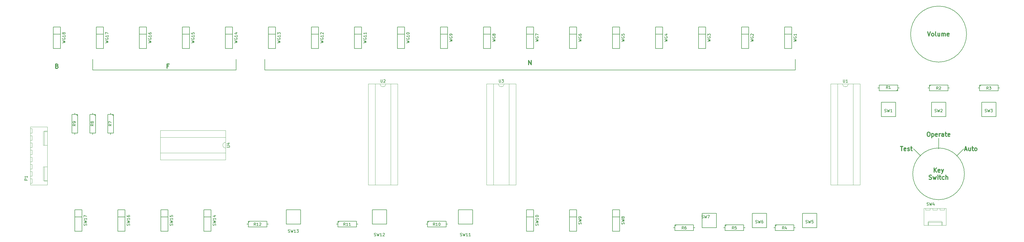
<source format=gbr>
G04 #@! TF.FileFunction,Legend,Top*
%FSLAX46Y46*%
G04 Gerber Fmt 4.6, Leading zero omitted, Abs format (unit mm)*
G04 Created by KiCad (PCBNEW 4.0.5) date 03/11/17 13:27:16*
%MOMM*%
%LPD*%
G01*
G04 APERTURE LIST*
%ADD10C,0.100000*%
%ADD11C,0.300000*%
%ADD12C,0.200000*%
%ADD13C,0.120000*%
%ADD14C,0.150000*%
G04 APERTURE END LIST*
D10*
D11*
X233251429Y-66718571D02*
X233251429Y-65218571D01*
X234108572Y-66718571D01*
X234108572Y-65218571D01*
D12*
X327660000Y-68580000D02*
X327660000Y-64770000D01*
X139700000Y-68580000D02*
X327660000Y-68580000D01*
X139700000Y-64770000D02*
X139700000Y-68580000D01*
D11*
X105624286Y-67202857D02*
X105124286Y-67202857D01*
X105124286Y-67988571D02*
X105124286Y-66488571D01*
X105838572Y-66488571D01*
D12*
X129540000Y-68580000D02*
X129540000Y-64770000D01*
X78740000Y-68580000D02*
X129540000Y-68580000D01*
X78740000Y-64770000D02*
X78740000Y-68580000D01*
D11*
X66147143Y-67202857D02*
X66361429Y-67274286D01*
X66432857Y-67345714D01*
X66504286Y-67488571D01*
X66504286Y-67702857D01*
X66432857Y-67845714D01*
X66361429Y-67917143D01*
X66218571Y-67988571D01*
X65647143Y-67988571D01*
X65647143Y-66488571D01*
X66147143Y-66488571D01*
X66290000Y-66560000D01*
X66361429Y-66631429D01*
X66432857Y-66774286D01*
X66432857Y-66917143D01*
X66361429Y-67060000D01*
X66290000Y-67131429D01*
X66147143Y-67202857D01*
X65647143Y-67202857D01*
X387747143Y-96770000D02*
X388461429Y-96770000D01*
X387604286Y-97198571D02*
X388104286Y-95698571D01*
X388604286Y-97198571D01*
X389747143Y-96198571D02*
X389747143Y-97198571D01*
X389104286Y-96198571D02*
X389104286Y-96984286D01*
X389175714Y-97127143D01*
X389318572Y-97198571D01*
X389532857Y-97198571D01*
X389675714Y-97127143D01*
X389747143Y-97055714D01*
X390247143Y-96198571D02*
X390818572Y-96198571D01*
X390461429Y-95698571D02*
X390461429Y-96984286D01*
X390532857Y-97127143D01*
X390675715Y-97198571D01*
X390818572Y-97198571D01*
X391532858Y-97198571D02*
X391390000Y-97127143D01*
X391318572Y-97055714D01*
X391247143Y-96912857D01*
X391247143Y-96484286D01*
X391318572Y-96341429D01*
X391390000Y-96270000D01*
X391532858Y-96198571D01*
X391747143Y-96198571D01*
X391890000Y-96270000D01*
X391961429Y-96341429D01*
X392032858Y-96484286D01*
X392032858Y-96912857D01*
X391961429Y-97055714D01*
X391890000Y-97127143D01*
X391747143Y-97198571D01*
X391532858Y-97198571D01*
X374781429Y-90618571D02*
X375067143Y-90618571D01*
X375210001Y-90690000D01*
X375352858Y-90832857D01*
X375424286Y-91118571D01*
X375424286Y-91618571D01*
X375352858Y-91904286D01*
X375210001Y-92047143D01*
X375067143Y-92118571D01*
X374781429Y-92118571D01*
X374638572Y-92047143D01*
X374495715Y-91904286D01*
X374424286Y-91618571D01*
X374424286Y-91118571D01*
X374495715Y-90832857D01*
X374638572Y-90690000D01*
X374781429Y-90618571D01*
X376067144Y-91118571D02*
X376067144Y-92618571D01*
X376067144Y-91190000D02*
X376210001Y-91118571D01*
X376495715Y-91118571D01*
X376638572Y-91190000D01*
X376710001Y-91261429D01*
X376781430Y-91404286D01*
X376781430Y-91832857D01*
X376710001Y-91975714D01*
X376638572Y-92047143D01*
X376495715Y-92118571D01*
X376210001Y-92118571D01*
X376067144Y-92047143D01*
X377995715Y-92047143D02*
X377852858Y-92118571D01*
X377567144Y-92118571D01*
X377424287Y-92047143D01*
X377352858Y-91904286D01*
X377352858Y-91332857D01*
X377424287Y-91190000D01*
X377567144Y-91118571D01*
X377852858Y-91118571D01*
X377995715Y-91190000D01*
X378067144Y-91332857D01*
X378067144Y-91475714D01*
X377352858Y-91618571D01*
X378710001Y-92118571D02*
X378710001Y-91118571D01*
X378710001Y-91404286D02*
X378781429Y-91261429D01*
X378852858Y-91190000D01*
X378995715Y-91118571D01*
X379138572Y-91118571D01*
X380281429Y-92118571D02*
X380281429Y-91332857D01*
X380210000Y-91190000D01*
X380067143Y-91118571D01*
X379781429Y-91118571D01*
X379638572Y-91190000D01*
X380281429Y-92047143D02*
X380138572Y-92118571D01*
X379781429Y-92118571D01*
X379638572Y-92047143D01*
X379567143Y-91904286D01*
X379567143Y-91761429D01*
X379638572Y-91618571D01*
X379781429Y-91547143D01*
X380138572Y-91547143D01*
X380281429Y-91475714D01*
X380781429Y-91118571D02*
X381352858Y-91118571D01*
X380995715Y-90618571D02*
X380995715Y-91904286D01*
X381067143Y-92047143D01*
X381210001Y-92118571D01*
X381352858Y-92118571D01*
X382424286Y-92047143D02*
X382281429Y-92118571D01*
X381995715Y-92118571D01*
X381852858Y-92047143D01*
X381781429Y-91904286D01*
X381781429Y-91332857D01*
X381852858Y-91190000D01*
X381995715Y-91118571D01*
X382281429Y-91118571D01*
X382424286Y-91190000D01*
X382495715Y-91332857D01*
X382495715Y-91475714D01*
X381781429Y-91618571D01*
X364922857Y-95698571D02*
X365780000Y-95698571D01*
X365351429Y-97198571D02*
X365351429Y-95698571D01*
X366851428Y-97127143D02*
X366708571Y-97198571D01*
X366422857Y-97198571D01*
X366280000Y-97127143D01*
X366208571Y-96984286D01*
X366208571Y-96412857D01*
X366280000Y-96270000D01*
X366422857Y-96198571D01*
X366708571Y-96198571D01*
X366851428Y-96270000D01*
X366922857Y-96412857D01*
X366922857Y-96555714D01*
X366208571Y-96698571D01*
X367494285Y-97127143D02*
X367637142Y-97198571D01*
X367922857Y-97198571D01*
X368065714Y-97127143D01*
X368137142Y-96984286D01*
X368137142Y-96912857D01*
X368065714Y-96770000D01*
X367922857Y-96698571D01*
X367708571Y-96698571D01*
X367565714Y-96627143D01*
X367494285Y-96484286D01*
X367494285Y-96412857D01*
X367565714Y-96270000D01*
X367708571Y-96198571D01*
X367922857Y-96198571D01*
X368065714Y-96270000D01*
X368565714Y-96198571D02*
X369137143Y-96198571D01*
X368780000Y-95698571D02*
X368780000Y-96984286D01*
X368851428Y-97127143D01*
X368994286Y-97198571D01*
X369137143Y-97198571D01*
D12*
X384810000Y-99060000D02*
X387350000Y-96520000D01*
X378460000Y-96520000D02*
X378460000Y-92710000D01*
X372110000Y-99060000D02*
X369570000Y-96520000D01*
D11*
X376852858Y-104813571D02*
X376852858Y-103313571D01*
X377710001Y-104813571D02*
X377067144Y-103956429D01*
X377710001Y-103313571D02*
X376852858Y-104170714D01*
X378924286Y-104742143D02*
X378781429Y-104813571D01*
X378495715Y-104813571D01*
X378352858Y-104742143D01*
X378281429Y-104599286D01*
X378281429Y-104027857D01*
X378352858Y-103885000D01*
X378495715Y-103813571D01*
X378781429Y-103813571D01*
X378924286Y-103885000D01*
X378995715Y-104027857D01*
X378995715Y-104170714D01*
X378281429Y-104313571D01*
X379495715Y-103813571D02*
X379852858Y-104813571D01*
X380210000Y-103813571D02*
X379852858Y-104813571D01*
X379710000Y-105170714D01*
X379638572Y-105242143D01*
X379495715Y-105313571D01*
X375138571Y-107292143D02*
X375352857Y-107363571D01*
X375710000Y-107363571D01*
X375852857Y-107292143D01*
X375924286Y-107220714D01*
X375995714Y-107077857D01*
X375995714Y-106935000D01*
X375924286Y-106792143D01*
X375852857Y-106720714D01*
X375710000Y-106649286D01*
X375424286Y-106577857D01*
X375281428Y-106506429D01*
X375210000Y-106435000D01*
X375138571Y-106292143D01*
X375138571Y-106149286D01*
X375210000Y-106006429D01*
X375281428Y-105935000D01*
X375424286Y-105863571D01*
X375781428Y-105863571D01*
X375995714Y-105935000D01*
X376495714Y-106363571D02*
X376781428Y-107363571D01*
X377067142Y-106649286D01*
X377352857Y-107363571D01*
X377638571Y-106363571D01*
X378210000Y-107363571D02*
X378210000Y-106363571D01*
X378210000Y-105863571D02*
X378138571Y-105935000D01*
X378210000Y-106006429D01*
X378281428Y-105935000D01*
X378210000Y-105863571D01*
X378210000Y-106006429D01*
X378710000Y-106363571D02*
X379281429Y-106363571D01*
X378924286Y-105863571D02*
X378924286Y-107149286D01*
X378995714Y-107292143D01*
X379138572Y-107363571D01*
X379281429Y-107363571D01*
X380424286Y-107292143D02*
X380281429Y-107363571D01*
X379995715Y-107363571D01*
X379852857Y-107292143D01*
X379781429Y-107220714D01*
X379710000Y-107077857D01*
X379710000Y-106649286D01*
X379781429Y-106506429D01*
X379852857Y-106435000D01*
X379995715Y-106363571D01*
X380281429Y-106363571D01*
X380424286Y-106435000D01*
X381067143Y-107363571D02*
X381067143Y-105863571D01*
X381710000Y-107363571D02*
X381710000Y-106577857D01*
X381638571Y-106435000D01*
X381495714Y-106363571D01*
X381281429Y-106363571D01*
X381138571Y-106435000D01*
X381067143Y-106506429D01*
D12*
X387618100Y-105410000D02*
G75*
G03X387618100Y-105410000I-9158100J0D01*
G01*
D11*
X374567143Y-55058571D02*
X375067143Y-56558571D01*
X375567143Y-55058571D01*
X376281429Y-56558571D02*
X376138571Y-56487143D01*
X376067143Y-56415714D01*
X375995714Y-56272857D01*
X375995714Y-55844286D01*
X376067143Y-55701429D01*
X376138571Y-55630000D01*
X376281429Y-55558571D01*
X376495714Y-55558571D01*
X376638571Y-55630000D01*
X376710000Y-55701429D01*
X376781429Y-55844286D01*
X376781429Y-56272857D01*
X376710000Y-56415714D01*
X376638571Y-56487143D01*
X376495714Y-56558571D01*
X376281429Y-56558571D01*
X377638572Y-56558571D02*
X377495714Y-56487143D01*
X377424286Y-56344286D01*
X377424286Y-55058571D01*
X378852857Y-55558571D02*
X378852857Y-56558571D01*
X378210000Y-55558571D02*
X378210000Y-56344286D01*
X378281428Y-56487143D01*
X378424286Y-56558571D01*
X378638571Y-56558571D01*
X378781428Y-56487143D01*
X378852857Y-56415714D01*
X379567143Y-56558571D02*
X379567143Y-55558571D01*
X379567143Y-55701429D02*
X379638571Y-55630000D01*
X379781429Y-55558571D01*
X379995714Y-55558571D01*
X380138571Y-55630000D01*
X380210000Y-55772857D01*
X380210000Y-56558571D01*
X380210000Y-55772857D02*
X380281429Y-55630000D01*
X380424286Y-55558571D01*
X380638571Y-55558571D01*
X380781429Y-55630000D01*
X380852857Y-55772857D01*
X380852857Y-56558571D01*
X382138571Y-56487143D02*
X381995714Y-56558571D01*
X381710000Y-56558571D01*
X381567143Y-56487143D01*
X381495714Y-56344286D01*
X381495714Y-55772857D01*
X381567143Y-55630000D01*
X381710000Y-55558571D01*
X381995714Y-55558571D01*
X382138571Y-55630000D01*
X382210000Y-55772857D01*
X382210000Y-55915714D01*
X381495714Y-56058571D01*
D12*
X388379017Y-55880000D02*
G75*
G03X388379017Y-55880000I-9919017J0D01*
G01*
D13*
X125850000Y-96250000D02*
G75*
G02X125850000Y-94250000I0J1000000D01*
G01*
X125850000Y-94250000D02*
X125850000Y-92480000D01*
X125850000Y-92480000D02*
X102750000Y-92480000D01*
X102750000Y-92480000D02*
X102750000Y-98020000D01*
X102750000Y-98020000D02*
X125850000Y-98020000D01*
X125850000Y-98020000D02*
X125850000Y-96250000D01*
X125850000Y-90050000D02*
X102750000Y-90050000D01*
X102750000Y-90050000D02*
X102750000Y-100450000D01*
X102750000Y-100450000D02*
X125850000Y-100450000D01*
X125850000Y-100450000D02*
X125850000Y-90050000D01*
X56670000Y-109320000D02*
X62670000Y-109320000D01*
X62670000Y-109320000D02*
X62670000Y-88800000D01*
X62670000Y-88800000D02*
X56670000Y-88800000D01*
X56670000Y-88800000D02*
X56670000Y-109320000D01*
X62670000Y-107950000D02*
X61670000Y-107950000D01*
X61670000Y-107950000D02*
X61670000Y-102870000D01*
X61670000Y-102870000D02*
X62670000Y-102870000D01*
X61670000Y-107950000D02*
X61240000Y-107700000D01*
X61240000Y-107700000D02*
X61240000Y-102870000D01*
X61240000Y-102870000D02*
X61670000Y-102870000D01*
X62670000Y-107700000D02*
X61670000Y-107700000D01*
X62670000Y-90170000D02*
X61670000Y-90170000D01*
X61670000Y-90170000D02*
X61670000Y-95250000D01*
X61670000Y-95250000D02*
X62670000Y-95250000D01*
X61670000Y-90170000D02*
X61240000Y-90420000D01*
X61240000Y-90420000D02*
X61240000Y-95250000D01*
X61240000Y-95250000D02*
X61670000Y-95250000D01*
X62670000Y-90420000D02*
X61670000Y-90420000D01*
X56670000Y-108750000D02*
X57290000Y-108750000D01*
X57290000Y-108750000D02*
X57290000Y-107150000D01*
X57290000Y-107150000D02*
X56670000Y-107150000D01*
X56670000Y-106210000D02*
X57290000Y-106210000D01*
X57290000Y-106210000D02*
X57290000Y-104610000D01*
X57290000Y-104610000D02*
X56670000Y-104610000D01*
X56670000Y-103670000D02*
X57290000Y-103670000D01*
X57290000Y-103670000D02*
X57290000Y-102070000D01*
X57290000Y-102070000D02*
X56670000Y-102070000D01*
X56670000Y-101130000D02*
X57290000Y-101130000D01*
X57290000Y-101130000D02*
X57290000Y-99530000D01*
X57290000Y-99530000D02*
X56670000Y-99530000D01*
X56670000Y-98590000D02*
X57290000Y-98590000D01*
X57290000Y-98590000D02*
X57290000Y-96990000D01*
X57290000Y-96990000D02*
X56670000Y-96990000D01*
X56670000Y-96050000D02*
X57290000Y-96050000D01*
X57290000Y-96050000D02*
X57290000Y-94450000D01*
X57290000Y-94450000D02*
X56670000Y-94450000D01*
X56670000Y-93510000D02*
X57290000Y-93510000D01*
X57290000Y-93510000D02*
X57290000Y-91910000D01*
X57290000Y-91910000D02*
X56670000Y-91910000D01*
X56670000Y-90970000D02*
X57290000Y-90970000D01*
X57290000Y-90970000D02*
X57290000Y-89370000D01*
X57290000Y-89370000D02*
X56670000Y-89370000D01*
D14*
X358140000Y-80010000D02*
X363220000Y-80010000D01*
X363220000Y-80010000D02*
X363220000Y-85090000D01*
X363220000Y-85090000D02*
X358140000Y-85090000D01*
X358140000Y-85090000D02*
X358140000Y-80010000D01*
X375920000Y-80010000D02*
X381000000Y-80010000D01*
X381000000Y-80010000D02*
X381000000Y-85090000D01*
X381000000Y-85090000D02*
X375920000Y-85090000D01*
X375920000Y-85090000D02*
X375920000Y-80010000D01*
X393700000Y-80010000D02*
X398780000Y-80010000D01*
X398780000Y-80010000D02*
X398780000Y-85090000D01*
X398780000Y-85090000D02*
X393700000Y-85090000D01*
X393700000Y-85090000D02*
X393700000Y-80010000D01*
X330200000Y-119380000D02*
X335280000Y-119380000D01*
X335280000Y-119380000D02*
X335280000Y-124460000D01*
X335280000Y-124460000D02*
X330200000Y-124460000D01*
X330200000Y-124460000D02*
X330200000Y-119380000D01*
X312420000Y-119380000D02*
X317500000Y-119380000D01*
X317500000Y-119380000D02*
X317500000Y-124460000D01*
X317500000Y-124460000D02*
X312420000Y-124460000D01*
X312420000Y-124460000D02*
X312420000Y-119380000D01*
X294640000Y-119380000D02*
X299720000Y-119380000D01*
X299720000Y-119380000D02*
X299720000Y-124460000D01*
X299720000Y-124460000D02*
X294640000Y-124460000D01*
X294640000Y-124460000D02*
X294640000Y-119380000D01*
X262890000Y-118110000D02*
X265430000Y-118110000D01*
X265430000Y-118110000D02*
X265430000Y-125730000D01*
X265430000Y-125730000D02*
X262890000Y-125730000D01*
X262890000Y-125730000D02*
X262890000Y-118110000D01*
X265430000Y-120650000D02*
X262890000Y-120650000D01*
X247650000Y-118110000D02*
X250190000Y-118110000D01*
X250190000Y-118110000D02*
X250190000Y-125730000D01*
X250190000Y-125730000D02*
X247650000Y-125730000D01*
X247650000Y-125730000D02*
X247650000Y-118110000D01*
X250190000Y-120650000D02*
X247650000Y-120650000D01*
X232410000Y-118110000D02*
X234950000Y-118110000D01*
X234950000Y-118110000D02*
X234950000Y-125730000D01*
X234950000Y-125730000D02*
X232410000Y-125730000D01*
X232410000Y-125730000D02*
X232410000Y-118110000D01*
X234950000Y-120650000D02*
X232410000Y-120650000D01*
X208280000Y-118110000D02*
X213360000Y-118110000D01*
X213360000Y-118110000D02*
X213360000Y-123190000D01*
X213360000Y-123190000D02*
X208280000Y-123190000D01*
X208280000Y-123190000D02*
X208280000Y-118110000D01*
D13*
X346440000Y-73540000D02*
G75*
G02X344440000Y-73540000I-1000000J0D01*
G01*
X344440000Y-73540000D02*
X342670000Y-73540000D01*
X342670000Y-73540000D02*
X342670000Y-109340000D01*
X342670000Y-109340000D02*
X348210000Y-109340000D01*
X348210000Y-109340000D02*
X348210000Y-73540000D01*
X348210000Y-73540000D02*
X346440000Y-73540000D01*
X340240000Y-73540000D02*
X340240000Y-109340000D01*
X340240000Y-109340000D02*
X350640000Y-109340000D01*
X350640000Y-109340000D02*
X350640000Y-73540000D01*
X350640000Y-73540000D02*
X340240000Y-73540000D01*
X182610000Y-73540000D02*
G75*
G02X180610000Y-73540000I-1000000J0D01*
G01*
X180610000Y-73540000D02*
X178840000Y-73540000D01*
X178840000Y-73540000D02*
X178840000Y-109340000D01*
X178840000Y-109340000D02*
X184380000Y-109340000D01*
X184380000Y-109340000D02*
X184380000Y-73540000D01*
X184380000Y-73540000D02*
X182610000Y-73540000D01*
X176410000Y-73540000D02*
X176410000Y-109340000D01*
X176410000Y-109340000D02*
X186810000Y-109340000D01*
X186810000Y-109340000D02*
X186810000Y-73540000D01*
X186810000Y-73540000D02*
X176410000Y-73540000D01*
X224520000Y-73540000D02*
G75*
G02X222520000Y-73540000I-1000000J0D01*
G01*
X222520000Y-73540000D02*
X220750000Y-73540000D01*
X220750000Y-73540000D02*
X220750000Y-109340000D01*
X220750000Y-109340000D02*
X226290000Y-109340000D01*
X226290000Y-109340000D02*
X226290000Y-73540000D01*
X226290000Y-73540000D02*
X224520000Y-73540000D01*
X218320000Y-73540000D02*
X218320000Y-109340000D01*
X218320000Y-109340000D02*
X228720000Y-109340000D01*
X228720000Y-109340000D02*
X228720000Y-73540000D01*
X228720000Y-73540000D02*
X218320000Y-73540000D01*
D14*
X323850000Y-53340000D02*
X326390000Y-53340000D01*
X326390000Y-53340000D02*
X326390000Y-60960000D01*
X326390000Y-60960000D02*
X323850000Y-60960000D01*
X323850000Y-60960000D02*
X323850000Y-53340000D01*
X326390000Y-55880000D02*
X323850000Y-55880000D01*
X308610000Y-53340000D02*
X311150000Y-53340000D01*
X311150000Y-53340000D02*
X311150000Y-60960000D01*
X311150000Y-60960000D02*
X308610000Y-60960000D01*
X308610000Y-60960000D02*
X308610000Y-53340000D01*
X311150000Y-55880000D02*
X308610000Y-55880000D01*
X293370000Y-53340000D02*
X295910000Y-53340000D01*
X295910000Y-53340000D02*
X295910000Y-60960000D01*
X295910000Y-60960000D02*
X293370000Y-60960000D01*
X293370000Y-60960000D02*
X293370000Y-53340000D01*
X295910000Y-55880000D02*
X293370000Y-55880000D01*
X278130000Y-53340000D02*
X280670000Y-53340000D01*
X280670000Y-53340000D02*
X280670000Y-60960000D01*
X280670000Y-60960000D02*
X278130000Y-60960000D01*
X278130000Y-60960000D02*
X278130000Y-53340000D01*
X280670000Y-55880000D02*
X278130000Y-55880000D01*
X262890000Y-53340000D02*
X265430000Y-53340000D01*
X265430000Y-53340000D02*
X265430000Y-60960000D01*
X265430000Y-60960000D02*
X262890000Y-60960000D01*
X262890000Y-60960000D02*
X262890000Y-53340000D01*
X265430000Y-55880000D02*
X262890000Y-55880000D01*
X247650000Y-53340000D02*
X250190000Y-53340000D01*
X250190000Y-53340000D02*
X250190000Y-60960000D01*
X250190000Y-60960000D02*
X247650000Y-60960000D01*
X247650000Y-60960000D02*
X247650000Y-53340000D01*
X250190000Y-55880000D02*
X247650000Y-55880000D01*
X232410000Y-53340000D02*
X234950000Y-53340000D01*
X234950000Y-53340000D02*
X234950000Y-60960000D01*
X234950000Y-60960000D02*
X232410000Y-60960000D01*
X232410000Y-60960000D02*
X232410000Y-53340000D01*
X234950000Y-55880000D02*
X232410000Y-55880000D01*
X217170000Y-53340000D02*
X219710000Y-53340000D01*
X219710000Y-53340000D02*
X219710000Y-60960000D01*
X219710000Y-60960000D02*
X217170000Y-60960000D01*
X217170000Y-60960000D02*
X217170000Y-53340000D01*
X219710000Y-55880000D02*
X217170000Y-55880000D01*
X201930000Y-53340000D02*
X204470000Y-53340000D01*
X204470000Y-53340000D02*
X204470000Y-60960000D01*
X204470000Y-60960000D02*
X201930000Y-60960000D01*
X201930000Y-60960000D02*
X201930000Y-53340000D01*
X204470000Y-55880000D02*
X201930000Y-55880000D01*
X186690000Y-53340000D02*
X189230000Y-53340000D01*
X189230000Y-53340000D02*
X189230000Y-60960000D01*
X189230000Y-60960000D02*
X186690000Y-60960000D01*
X186690000Y-60960000D02*
X186690000Y-53340000D01*
X189230000Y-55880000D02*
X186690000Y-55880000D01*
X171450000Y-53340000D02*
X173990000Y-53340000D01*
X173990000Y-53340000D02*
X173990000Y-60960000D01*
X173990000Y-60960000D02*
X171450000Y-60960000D01*
X171450000Y-60960000D02*
X171450000Y-53340000D01*
X173990000Y-55880000D02*
X171450000Y-55880000D01*
X156210000Y-53340000D02*
X158750000Y-53340000D01*
X158750000Y-53340000D02*
X158750000Y-60960000D01*
X158750000Y-60960000D02*
X156210000Y-60960000D01*
X156210000Y-60960000D02*
X156210000Y-53340000D01*
X158750000Y-55880000D02*
X156210000Y-55880000D01*
X140970000Y-53340000D02*
X143510000Y-53340000D01*
X143510000Y-53340000D02*
X143510000Y-60960000D01*
X143510000Y-60960000D02*
X140970000Y-60960000D01*
X140970000Y-60960000D02*
X140970000Y-53340000D01*
X143510000Y-55880000D02*
X140970000Y-55880000D01*
X125730000Y-53340000D02*
X128270000Y-53340000D01*
X128270000Y-53340000D02*
X128270000Y-60960000D01*
X128270000Y-60960000D02*
X125730000Y-60960000D01*
X125730000Y-60960000D02*
X125730000Y-53340000D01*
X128270000Y-55880000D02*
X125730000Y-55880000D01*
X110490000Y-53340000D02*
X113030000Y-53340000D01*
X113030000Y-53340000D02*
X113030000Y-60960000D01*
X113030000Y-60960000D02*
X110490000Y-60960000D01*
X110490000Y-60960000D02*
X110490000Y-53340000D01*
X113030000Y-55880000D02*
X110490000Y-55880000D01*
X95250000Y-53340000D02*
X97790000Y-53340000D01*
X97790000Y-53340000D02*
X97790000Y-60960000D01*
X97790000Y-60960000D02*
X95250000Y-60960000D01*
X95250000Y-60960000D02*
X95250000Y-53340000D01*
X97790000Y-55880000D02*
X95250000Y-55880000D01*
X80010000Y-53340000D02*
X82550000Y-53340000D01*
X82550000Y-53340000D02*
X82550000Y-60960000D01*
X82550000Y-60960000D02*
X80010000Y-60960000D01*
X80010000Y-60960000D02*
X80010000Y-53340000D01*
X82550000Y-55880000D02*
X80010000Y-55880000D01*
X64770000Y-53340000D02*
X67310000Y-53340000D01*
X67310000Y-53340000D02*
X67310000Y-60960000D01*
X67310000Y-60960000D02*
X64770000Y-60960000D01*
X64770000Y-60960000D02*
X64770000Y-53340000D01*
X67310000Y-55880000D02*
X64770000Y-55880000D01*
X302260000Y-124460000D02*
X302768000Y-124460000D01*
X309880000Y-124460000D02*
X309372000Y-124460000D01*
X309372000Y-124460000D02*
X309372000Y-123444000D01*
X309372000Y-123444000D02*
X302768000Y-123444000D01*
X302768000Y-123444000D02*
X302768000Y-125476000D01*
X302768000Y-125476000D02*
X309372000Y-125476000D01*
X309372000Y-125476000D02*
X309372000Y-124460000D01*
X302768000Y-123952000D02*
X303276000Y-123444000D01*
X364490000Y-74930000D02*
X363982000Y-74930000D01*
X356870000Y-74930000D02*
X357378000Y-74930000D01*
X357378000Y-74930000D02*
X357378000Y-75946000D01*
X357378000Y-75946000D02*
X363982000Y-75946000D01*
X363982000Y-75946000D02*
X363982000Y-73914000D01*
X363982000Y-73914000D02*
X357378000Y-73914000D01*
X357378000Y-73914000D02*
X357378000Y-74930000D01*
X363982000Y-75438000D02*
X363474000Y-75946000D01*
X374650000Y-74930000D02*
X375158000Y-74930000D01*
X382270000Y-74930000D02*
X381762000Y-74930000D01*
X381762000Y-74930000D02*
X381762000Y-73914000D01*
X381762000Y-73914000D02*
X375158000Y-73914000D01*
X375158000Y-73914000D02*
X375158000Y-75946000D01*
X375158000Y-75946000D02*
X381762000Y-75946000D01*
X381762000Y-75946000D02*
X381762000Y-74930000D01*
X375158000Y-74422000D02*
X375666000Y-73914000D01*
X392430000Y-74930000D02*
X392938000Y-74930000D01*
X400050000Y-74930000D02*
X399542000Y-74930000D01*
X399542000Y-74930000D02*
X399542000Y-73914000D01*
X399542000Y-73914000D02*
X392938000Y-73914000D01*
X392938000Y-73914000D02*
X392938000Y-75946000D01*
X392938000Y-75946000D02*
X399542000Y-75946000D01*
X399542000Y-75946000D02*
X399542000Y-74930000D01*
X392938000Y-74422000D02*
X393446000Y-73914000D01*
X320040000Y-124460000D02*
X320548000Y-124460000D01*
X327660000Y-124460000D02*
X327152000Y-124460000D01*
X327152000Y-124460000D02*
X327152000Y-123444000D01*
X327152000Y-123444000D02*
X320548000Y-123444000D01*
X320548000Y-123444000D02*
X320548000Y-125476000D01*
X320548000Y-125476000D02*
X327152000Y-125476000D01*
X327152000Y-125476000D02*
X327152000Y-124460000D01*
X320548000Y-123952000D02*
X321056000Y-123444000D01*
X284480000Y-124460000D02*
X284988000Y-124460000D01*
X292100000Y-124460000D02*
X291592000Y-124460000D01*
X291592000Y-124460000D02*
X291592000Y-123444000D01*
X291592000Y-123444000D02*
X284988000Y-123444000D01*
X284988000Y-123444000D02*
X284988000Y-125476000D01*
X284988000Y-125476000D02*
X291592000Y-125476000D01*
X291592000Y-125476000D02*
X291592000Y-124460000D01*
X284988000Y-123952000D02*
X285496000Y-123444000D01*
X85090000Y-83820000D02*
X85090000Y-84328000D01*
X85090000Y-91440000D02*
X85090000Y-90932000D01*
X85090000Y-90932000D02*
X86106000Y-90932000D01*
X86106000Y-90932000D02*
X86106000Y-84328000D01*
X86106000Y-84328000D02*
X84074000Y-84328000D01*
X84074000Y-84328000D02*
X84074000Y-90932000D01*
X84074000Y-90932000D02*
X85090000Y-90932000D01*
X85598000Y-84328000D02*
X86106000Y-84836000D01*
X78740000Y-83820000D02*
X78740000Y-84328000D01*
X78740000Y-91440000D02*
X78740000Y-90932000D01*
X78740000Y-90932000D02*
X79756000Y-90932000D01*
X79756000Y-90932000D02*
X79756000Y-84328000D01*
X79756000Y-84328000D02*
X77724000Y-84328000D01*
X77724000Y-84328000D02*
X77724000Y-90932000D01*
X77724000Y-90932000D02*
X78740000Y-90932000D01*
X79248000Y-84328000D02*
X79756000Y-84836000D01*
X72390000Y-83820000D02*
X72390000Y-84328000D01*
X72390000Y-91440000D02*
X72390000Y-90932000D01*
X72390000Y-90932000D02*
X73406000Y-90932000D01*
X73406000Y-90932000D02*
X73406000Y-84328000D01*
X73406000Y-84328000D02*
X71374000Y-84328000D01*
X71374000Y-84328000D02*
X71374000Y-90932000D01*
X71374000Y-90932000D02*
X72390000Y-90932000D01*
X72898000Y-84328000D02*
X73406000Y-84836000D01*
X196850000Y-123190000D02*
X197358000Y-123190000D01*
X204470000Y-123190000D02*
X203962000Y-123190000D01*
X203962000Y-123190000D02*
X203962000Y-122174000D01*
X203962000Y-122174000D02*
X197358000Y-122174000D01*
X197358000Y-122174000D02*
X197358000Y-124206000D01*
X197358000Y-124206000D02*
X203962000Y-124206000D01*
X203962000Y-124206000D02*
X203962000Y-123190000D01*
X197358000Y-122682000D02*
X197866000Y-122174000D01*
X165100000Y-123190000D02*
X165608000Y-123190000D01*
X172720000Y-123190000D02*
X172212000Y-123190000D01*
X172212000Y-123190000D02*
X172212000Y-122174000D01*
X172212000Y-122174000D02*
X165608000Y-122174000D01*
X165608000Y-122174000D02*
X165608000Y-124206000D01*
X165608000Y-124206000D02*
X172212000Y-124206000D01*
X172212000Y-124206000D02*
X172212000Y-123190000D01*
X165608000Y-122682000D02*
X166116000Y-122174000D01*
X133350000Y-123190000D02*
X133858000Y-123190000D01*
X140970000Y-123190000D02*
X140462000Y-123190000D01*
X140462000Y-123190000D02*
X140462000Y-122174000D01*
X140462000Y-122174000D02*
X133858000Y-122174000D01*
X133858000Y-122174000D02*
X133858000Y-124206000D01*
X133858000Y-124206000D02*
X140462000Y-124206000D01*
X140462000Y-124206000D02*
X140462000Y-123190000D01*
X133858000Y-122682000D02*
X134366000Y-122174000D01*
D13*
X373280000Y-117630000D02*
X373280000Y-123630000D01*
X373280000Y-123630000D02*
X381100000Y-123630000D01*
X381100000Y-123630000D02*
X381100000Y-117630000D01*
X381100000Y-117630000D02*
X373280000Y-117630000D01*
X374650000Y-123630000D02*
X374650000Y-122630000D01*
X374650000Y-122630000D02*
X379730000Y-122630000D01*
X379730000Y-122630000D02*
X379730000Y-123630000D01*
X374650000Y-122630000D02*
X374900000Y-122200000D01*
X374900000Y-122200000D02*
X379480000Y-122200000D01*
X379480000Y-122200000D02*
X379730000Y-122630000D01*
X374900000Y-123630000D02*
X374900000Y-122630000D01*
X379480000Y-123630000D02*
X379480000Y-122630000D01*
X373850000Y-117630000D02*
X373850000Y-118250000D01*
X373850000Y-118250000D02*
X375450000Y-118250000D01*
X375450000Y-118250000D02*
X375450000Y-117630000D01*
X376390000Y-117630000D02*
X376390000Y-118250000D01*
X376390000Y-118250000D02*
X377990000Y-118250000D01*
X377990000Y-118250000D02*
X377990000Y-117630000D01*
X378930000Y-117630000D02*
X378930000Y-118250000D01*
X378930000Y-118250000D02*
X380530000Y-118250000D01*
X380530000Y-118250000D02*
X380530000Y-117630000D01*
D14*
X177800000Y-118110000D02*
X182880000Y-118110000D01*
X182880000Y-118110000D02*
X182880000Y-123190000D01*
X182880000Y-123190000D02*
X177800000Y-123190000D01*
X177800000Y-123190000D02*
X177800000Y-118110000D01*
X147320000Y-118110000D02*
X152400000Y-118110000D01*
X152400000Y-118110000D02*
X152400000Y-123190000D01*
X152400000Y-123190000D02*
X147320000Y-123190000D01*
X147320000Y-123190000D02*
X147320000Y-118110000D01*
X118110000Y-118110000D02*
X120650000Y-118110000D01*
X120650000Y-118110000D02*
X120650000Y-125730000D01*
X120650000Y-125730000D02*
X118110000Y-125730000D01*
X118110000Y-125730000D02*
X118110000Y-118110000D01*
X120650000Y-120650000D02*
X118110000Y-120650000D01*
X102870000Y-118110000D02*
X105410000Y-118110000D01*
X105410000Y-118110000D02*
X105410000Y-125730000D01*
X105410000Y-125730000D02*
X102870000Y-125730000D01*
X102870000Y-125730000D02*
X102870000Y-118110000D01*
X105410000Y-120650000D02*
X102870000Y-120650000D01*
X87630000Y-118110000D02*
X90170000Y-118110000D01*
X90170000Y-118110000D02*
X90170000Y-125730000D01*
X90170000Y-125730000D02*
X87630000Y-125730000D01*
X87630000Y-125730000D02*
X87630000Y-118110000D01*
X90170000Y-120650000D02*
X87630000Y-120650000D01*
X72390000Y-118110000D02*
X74930000Y-118110000D01*
X74930000Y-118110000D02*
X74930000Y-125730000D01*
X74930000Y-125730000D02*
X72390000Y-125730000D01*
X72390000Y-125730000D02*
X72390000Y-118110000D01*
X74930000Y-120650000D02*
X72390000Y-120650000D01*
X126302381Y-96011905D02*
X127111905Y-96011905D01*
X127207143Y-95964286D01*
X127254762Y-95916667D01*
X127302381Y-95821429D01*
X127302381Y-95630952D01*
X127254762Y-95535714D01*
X127207143Y-95488095D01*
X127111905Y-95440476D01*
X126302381Y-95440476D01*
X126635714Y-94535714D02*
X127302381Y-94535714D01*
X126254762Y-94773810D02*
X126969048Y-95011905D01*
X126969048Y-94392857D01*
X55642381Y-107688095D02*
X54642381Y-107688095D01*
X54642381Y-107307142D01*
X54690000Y-107211904D01*
X54737619Y-107164285D01*
X54832857Y-107116666D01*
X54975714Y-107116666D01*
X55070952Y-107164285D01*
X55118571Y-107211904D01*
X55166190Y-107307142D01*
X55166190Y-107688095D01*
X55642381Y-106164285D02*
X55642381Y-106735714D01*
X55642381Y-106450000D02*
X54642381Y-106450000D01*
X54785238Y-106545238D01*
X54880476Y-106640476D01*
X54928095Y-106735714D01*
X359346667Y-83454762D02*
X359489524Y-83502381D01*
X359727620Y-83502381D01*
X359822858Y-83454762D01*
X359870477Y-83407143D01*
X359918096Y-83311905D01*
X359918096Y-83216667D01*
X359870477Y-83121429D01*
X359822858Y-83073810D01*
X359727620Y-83026190D01*
X359537143Y-82978571D01*
X359441905Y-82930952D01*
X359394286Y-82883333D01*
X359346667Y-82788095D01*
X359346667Y-82692857D01*
X359394286Y-82597619D01*
X359441905Y-82550000D01*
X359537143Y-82502381D01*
X359775239Y-82502381D01*
X359918096Y-82550000D01*
X360251429Y-82502381D02*
X360489524Y-83502381D01*
X360680001Y-82788095D01*
X360870477Y-83502381D01*
X361108572Y-82502381D01*
X362013334Y-83502381D02*
X361441905Y-83502381D01*
X361727619Y-83502381D02*
X361727619Y-82502381D01*
X361632381Y-82645238D01*
X361537143Y-82740476D01*
X361441905Y-82788095D01*
X377126667Y-83454762D02*
X377269524Y-83502381D01*
X377507620Y-83502381D01*
X377602858Y-83454762D01*
X377650477Y-83407143D01*
X377698096Y-83311905D01*
X377698096Y-83216667D01*
X377650477Y-83121429D01*
X377602858Y-83073810D01*
X377507620Y-83026190D01*
X377317143Y-82978571D01*
X377221905Y-82930952D01*
X377174286Y-82883333D01*
X377126667Y-82788095D01*
X377126667Y-82692857D01*
X377174286Y-82597619D01*
X377221905Y-82550000D01*
X377317143Y-82502381D01*
X377555239Y-82502381D01*
X377698096Y-82550000D01*
X378031429Y-82502381D02*
X378269524Y-83502381D01*
X378460001Y-82788095D01*
X378650477Y-83502381D01*
X378888572Y-82502381D01*
X379221905Y-82597619D02*
X379269524Y-82550000D01*
X379364762Y-82502381D01*
X379602858Y-82502381D01*
X379698096Y-82550000D01*
X379745715Y-82597619D01*
X379793334Y-82692857D01*
X379793334Y-82788095D01*
X379745715Y-82930952D01*
X379174286Y-83502381D01*
X379793334Y-83502381D01*
X394906667Y-83454762D02*
X395049524Y-83502381D01*
X395287620Y-83502381D01*
X395382858Y-83454762D01*
X395430477Y-83407143D01*
X395478096Y-83311905D01*
X395478096Y-83216667D01*
X395430477Y-83121429D01*
X395382858Y-83073810D01*
X395287620Y-83026190D01*
X395097143Y-82978571D01*
X395001905Y-82930952D01*
X394954286Y-82883333D01*
X394906667Y-82788095D01*
X394906667Y-82692857D01*
X394954286Y-82597619D01*
X395001905Y-82550000D01*
X395097143Y-82502381D01*
X395335239Y-82502381D01*
X395478096Y-82550000D01*
X395811429Y-82502381D02*
X396049524Y-83502381D01*
X396240001Y-82788095D01*
X396430477Y-83502381D01*
X396668572Y-82502381D01*
X396954286Y-82502381D02*
X397573334Y-82502381D01*
X397240000Y-82883333D01*
X397382858Y-82883333D01*
X397478096Y-82930952D01*
X397525715Y-82978571D01*
X397573334Y-83073810D01*
X397573334Y-83311905D01*
X397525715Y-83407143D01*
X397478096Y-83454762D01*
X397382858Y-83502381D01*
X397097143Y-83502381D01*
X397001905Y-83454762D01*
X396954286Y-83407143D01*
X331406667Y-122824762D02*
X331549524Y-122872381D01*
X331787620Y-122872381D01*
X331882858Y-122824762D01*
X331930477Y-122777143D01*
X331978096Y-122681905D01*
X331978096Y-122586667D01*
X331930477Y-122491429D01*
X331882858Y-122443810D01*
X331787620Y-122396190D01*
X331597143Y-122348571D01*
X331501905Y-122300952D01*
X331454286Y-122253333D01*
X331406667Y-122158095D01*
X331406667Y-122062857D01*
X331454286Y-121967619D01*
X331501905Y-121920000D01*
X331597143Y-121872381D01*
X331835239Y-121872381D01*
X331978096Y-121920000D01*
X332311429Y-121872381D02*
X332549524Y-122872381D01*
X332740001Y-122158095D01*
X332930477Y-122872381D01*
X333168572Y-121872381D01*
X334025715Y-121872381D02*
X333549524Y-121872381D01*
X333501905Y-122348571D01*
X333549524Y-122300952D01*
X333644762Y-122253333D01*
X333882858Y-122253333D01*
X333978096Y-122300952D01*
X334025715Y-122348571D01*
X334073334Y-122443810D01*
X334073334Y-122681905D01*
X334025715Y-122777143D01*
X333978096Y-122824762D01*
X333882858Y-122872381D01*
X333644762Y-122872381D01*
X333549524Y-122824762D01*
X333501905Y-122777143D01*
X313626667Y-122824762D02*
X313769524Y-122872381D01*
X314007620Y-122872381D01*
X314102858Y-122824762D01*
X314150477Y-122777143D01*
X314198096Y-122681905D01*
X314198096Y-122586667D01*
X314150477Y-122491429D01*
X314102858Y-122443810D01*
X314007620Y-122396190D01*
X313817143Y-122348571D01*
X313721905Y-122300952D01*
X313674286Y-122253333D01*
X313626667Y-122158095D01*
X313626667Y-122062857D01*
X313674286Y-121967619D01*
X313721905Y-121920000D01*
X313817143Y-121872381D01*
X314055239Y-121872381D01*
X314198096Y-121920000D01*
X314531429Y-121872381D02*
X314769524Y-122872381D01*
X314960001Y-122158095D01*
X315150477Y-122872381D01*
X315388572Y-121872381D01*
X316198096Y-121872381D02*
X316007619Y-121872381D01*
X315912381Y-121920000D01*
X315864762Y-121967619D01*
X315769524Y-122110476D01*
X315721905Y-122300952D01*
X315721905Y-122681905D01*
X315769524Y-122777143D01*
X315817143Y-122824762D01*
X315912381Y-122872381D01*
X316102858Y-122872381D01*
X316198096Y-122824762D01*
X316245715Y-122777143D01*
X316293334Y-122681905D01*
X316293334Y-122443810D01*
X316245715Y-122348571D01*
X316198096Y-122300952D01*
X316102858Y-122253333D01*
X315912381Y-122253333D01*
X315817143Y-122300952D01*
X315769524Y-122348571D01*
X315721905Y-122443810D01*
X294576667Y-121054762D02*
X294719524Y-121102381D01*
X294957620Y-121102381D01*
X295052858Y-121054762D01*
X295100477Y-121007143D01*
X295148096Y-120911905D01*
X295148096Y-120816667D01*
X295100477Y-120721429D01*
X295052858Y-120673810D01*
X294957620Y-120626190D01*
X294767143Y-120578571D01*
X294671905Y-120530952D01*
X294624286Y-120483333D01*
X294576667Y-120388095D01*
X294576667Y-120292857D01*
X294624286Y-120197619D01*
X294671905Y-120150000D01*
X294767143Y-120102381D01*
X295005239Y-120102381D01*
X295148096Y-120150000D01*
X295481429Y-120102381D02*
X295719524Y-121102381D01*
X295910001Y-120388095D01*
X296100477Y-121102381D01*
X296338572Y-120102381D01*
X296624286Y-120102381D02*
X297290953Y-120102381D01*
X296862381Y-121102381D01*
X267104762Y-123253333D02*
X267152381Y-123110476D01*
X267152381Y-122872380D01*
X267104762Y-122777142D01*
X267057143Y-122729523D01*
X266961905Y-122681904D01*
X266866667Y-122681904D01*
X266771429Y-122729523D01*
X266723810Y-122777142D01*
X266676190Y-122872380D01*
X266628571Y-123062857D01*
X266580952Y-123158095D01*
X266533333Y-123205714D01*
X266438095Y-123253333D01*
X266342857Y-123253333D01*
X266247619Y-123205714D01*
X266200000Y-123158095D01*
X266152381Y-123062857D01*
X266152381Y-122824761D01*
X266200000Y-122681904D01*
X266152381Y-122348571D02*
X267152381Y-122110476D01*
X266438095Y-121919999D01*
X267152381Y-121729523D01*
X266152381Y-121491428D01*
X266580952Y-120967619D02*
X266533333Y-121062857D01*
X266485714Y-121110476D01*
X266390476Y-121158095D01*
X266342857Y-121158095D01*
X266247619Y-121110476D01*
X266200000Y-121062857D01*
X266152381Y-120967619D01*
X266152381Y-120777142D01*
X266200000Y-120681904D01*
X266247619Y-120634285D01*
X266342857Y-120586666D01*
X266390476Y-120586666D01*
X266485714Y-120634285D01*
X266533333Y-120681904D01*
X266580952Y-120777142D01*
X266580952Y-120967619D01*
X266628571Y-121062857D01*
X266676190Y-121110476D01*
X266771429Y-121158095D01*
X266961905Y-121158095D01*
X267057143Y-121110476D01*
X267104762Y-121062857D01*
X267152381Y-120967619D01*
X267152381Y-120777142D01*
X267104762Y-120681904D01*
X267057143Y-120634285D01*
X266961905Y-120586666D01*
X266771429Y-120586666D01*
X266676190Y-120634285D01*
X266628571Y-120681904D01*
X266580952Y-120777142D01*
X251864762Y-123253333D02*
X251912381Y-123110476D01*
X251912381Y-122872380D01*
X251864762Y-122777142D01*
X251817143Y-122729523D01*
X251721905Y-122681904D01*
X251626667Y-122681904D01*
X251531429Y-122729523D01*
X251483810Y-122777142D01*
X251436190Y-122872380D01*
X251388571Y-123062857D01*
X251340952Y-123158095D01*
X251293333Y-123205714D01*
X251198095Y-123253333D01*
X251102857Y-123253333D01*
X251007619Y-123205714D01*
X250960000Y-123158095D01*
X250912381Y-123062857D01*
X250912381Y-122824761D01*
X250960000Y-122681904D01*
X250912381Y-122348571D02*
X251912381Y-122110476D01*
X251198095Y-121919999D01*
X251912381Y-121729523D01*
X250912381Y-121491428D01*
X251912381Y-121062857D02*
X251912381Y-120872381D01*
X251864762Y-120777142D01*
X251817143Y-120729523D01*
X251674286Y-120634285D01*
X251483810Y-120586666D01*
X251102857Y-120586666D01*
X251007619Y-120634285D01*
X250960000Y-120681904D01*
X250912381Y-120777142D01*
X250912381Y-120967619D01*
X250960000Y-121062857D01*
X251007619Y-121110476D01*
X251102857Y-121158095D01*
X251340952Y-121158095D01*
X251436190Y-121110476D01*
X251483810Y-121062857D01*
X251531429Y-120967619D01*
X251531429Y-120777142D01*
X251483810Y-120681904D01*
X251436190Y-120634285D01*
X251340952Y-120586666D01*
X236624762Y-123729524D02*
X236672381Y-123586667D01*
X236672381Y-123348571D01*
X236624762Y-123253333D01*
X236577143Y-123205714D01*
X236481905Y-123158095D01*
X236386667Y-123158095D01*
X236291429Y-123205714D01*
X236243810Y-123253333D01*
X236196190Y-123348571D01*
X236148571Y-123539048D01*
X236100952Y-123634286D01*
X236053333Y-123681905D01*
X235958095Y-123729524D01*
X235862857Y-123729524D01*
X235767619Y-123681905D01*
X235720000Y-123634286D01*
X235672381Y-123539048D01*
X235672381Y-123300952D01*
X235720000Y-123158095D01*
X235672381Y-122824762D02*
X236672381Y-122586667D01*
X235958095Y-122396190D01*
X236672381Y-122205714D01*
X235672381Y-121967619D01*
X236672381Y-121062857D02*
X236672381Y-121634286D01*
X236672381Y-121348572D02*
X235672381Y-121348572D01*
X235815238Y-121443810D01*
X235910476Y-121539048D01*
X235958095Y-121634286D01*
X235672381Y-120443810D02*
X235672381Y-120348571D01*
X235720000Y-120253333D01*
X235767619Y-120205714D01*
X235862857Y-120158095D01*
X236053333Y-120110476D01*
X236291429Y-120110476D01*
X236481905Y-120158095D01*
X236577143Y-120205714D01*
X236624762Y-120253333D01*
X236672381Y-120348571D01*
X236672381Y-120443810D01*
X236624762Y-120539048D01*
X236577143Y-120586667D01*
X236481905Y-120634286D01*
X236291429Y-120681905D01*
X236053333Y-120681905D01*
X235862857Y-120634286D01*
X235767619Y-120586667D01*
X235720000Y-120539048D01*
X235672381Y-120443810D01*
X209010476Y-127404762D02*
X209153333Y-127452381D01*
X209391429Y-127452381D01*
X209486667Y-127404762D01*
X209534286Y-127357143D01*
X209581905Y-127261905D01*
X209581905Y-127166667D01*
X209534286Y-127071429D01*
X209486667Y-127023810D01*
X209391429Y-126976190D01*
X209200952Y-126928571D01*
X209105714Y-126880952D01*
X209058095Y-126833333D01*
X209010476Y-126738095D01*
X209010476Y-126642857D01*
X209058095Y-126547619D01*
X209105714Y-126500000D01*
X209200952Y-126452381D01*
X209439048Y-126452381D01*
X209581905Y-126500000D01*
X209915238Y-126452381D02*
X210153333Y-127452381D01*
X210343810Y-126738095D01*
X210534286Y-127452381D01*
X210772381Y-126452381D01*
X211677143Y-127452381D02*
X211105714Y-127452381D01*
X211391428Y-127452381D02*
X211391428Y-126452381D01*
X211296190Y-126595238D01*
X211200952Y-126690476D01*
X211105714Y-126738095D01*
X212629524Y-127452381D02*
X212058095Y-127452381D01*
X212343809Y-127452381D02*
X212343809Y-126452381D01*
X212248571Y-126595238D01*
X212153333Y-126690476D01*
X212058095Y-126738095D01*
X344678095Y-71992381D02*
X344678095Y-72801905D01*
X344725714Y-72897143D01*
X344773333Y-72944762D01*
X344868571Y-72992381D01*
X345059048Y-72992381D01*
X345154286Y-72944762D01*
X345201905Y-72897143D01*
X345249524Y-72801905D01*
X345249524Y-71992381D01*
X346249524Y-72992381D02*
X345678095Y-72992381D01*
X345963809Y-72992381D02*
X345963809Y-71992381D01*
X345868571Y-72135238D01*
X345773333Y-72230476D01*
X345678095Y-72278095D01*
X180848095Y-71992381D02*
X180848095Y-72801905D01*
X180895714Y-72897143D01*
X180943333Y-72944762D01*
X181038571Y-72992381D01*
X181229048Y-72992381D01*
X181324286Y-72944762D01*
X181371905Y-72897143D01*
X181419524Y-72801905D01*
X181419524Y-71992381D01*
X181848095Y-72087619D02*
X181895714Y-72040000D01*
X181990952Y-71992381D01*
X182229048Y-71992381D01*
X182324286Y-72040000D01*
X182371905Y-72087619D01*
X182419524Y-72182857D01*
X182419524Y-72278095D01*
X182371905Y-72420952D01*
X181800476Y-72992381D01*
X182419524Y-72992381D01*
X222758095Y-71992381D02*
X222758095Y-72801905D01*
X222805714Y-72897143D01*
X222853333Y-72944762D01*
X222948571Y-72992381D01*
X223139048Y-72992381D01*
X223234286Y-72944762D01*
X223281905Y-72897143D01*
X223329524Y-72801905D01*
X223329524Y-71992381D01*
X223710476Y-71992381D02*
X224329524Y-71992381D01*
X223996190Y-72373333D01*
X224139048Y-72373333D01*
X224234286Y-72420952D01*
X224281905Y-72468571D01*
X224329524Y-72563810D01*
X224329524Y-72801905D01*
X224281905Y-72897143D01*
X224234286Y-72944762D01*
X224139048Y-72992381D01*
X223853333Y-72992381D01*
X223758095Y-72944762D01*
X223710476Y-72897143D01*
X327112381Y-58554762D02*
X328112381Y-58316667D01*
X327398095Y-58126190D01*
X328112381Y-57935714D01*
X327112381Y-57697619D01*
X327160000Y-56792857D02*
X327112381Y-56888095D01*
X327112381Y-57030952D01*
X327160000Y-57173810D01*
X327255238Y-57269048D01*
X327350476Y-57316667D01*
X327540952Y-57364286D01*
X327683810Y-57364286D01*
X327874286Y-57316667D01*
X327969524Y-57269048D01*
X328064762Y-57173810D01*
X328112381Y-57030952D01*
X328112381Y-56935714D01*
X328064762Y-56792857D01*
X328017143Y-56745238D01*
X327683810Y-56745238D01*
X327683810Y-56935714D01*
X328112381Y-55792857D02*
X328112381Y-56364286D01*
X328112381Y-56078572D02*
X327112381Y-56078572D01*
X327255238Y-56173810D01*
X327350476Y-56269048D01*
X327398095Y-56364286D01*
X311872381Y-58554762D02*
X312872381Y-58316667D01*
X312158095Y-58126190D01*
X312872381Y-57935714D01*
X311872381Y-57697619D01*
X311920000Y-56792857D02*
X311872381Y-56888095D01*
X311872381Y-57030952D01*
X311920000Y-57173810D01*
X312015238Y-57269048D01*
X312110476Y-57316667D01*
X312300952Y-57364286D01*
X312443810Y-57364286D01*
X312634286Y-57316667D01*
X312729524Y-57269048D01*
X312824762Y-57173810D01*
X312872381Y-57030952D01*
X312872381Y-56935714D01*
X312824762Y-56792857D01*
X312777143Y-56745238D01*
X312443810Y-56745238D01*
X312443810Y-56935714D01*
X311967619Y-56364286D02*
X311920000Y-56316667D01*
X311872381Y-56221429D01*
X311872381Y-55983333D01*
X311920000Y-55888095D01*
X311967619Y-55840476D01*
X312062857Y-55792857D01*
X312158095Y-55792857D01*
X312300952Y-55840476D01*
X312872381Y-56411905D01*
X312872381Y-55792857D01*
X296632381Y-58554762D02*
X297632381Y-58316667D01*
X296918095Y-58126190D01*
X297632381Y-57935714D01*
X296632381Y-57697619D01*
X296680000Y-56792857D02*
X296632381Y-56888095D01*
X296632381Y-57030952D01*
X296680000Y-57173810D01*
X296775238Y-57269048D01*
X296870476Y-57316667D01*
X297060952Y-57364286D01*
X297203810Y-57364286D01*
X297394286Y-57316667D01*
X297489524Y-57269048D01*
X297584762Y-57173810D01*
X297632381Y-57030952D01*
X297632381Y-56935714D01*
X297584762Y-56792857D01*
X297537143Y-56745238D01*
X297203810Y-56745238D01*
X297203810Y-56935714D01*
X296632381Y-56411905D02*
X296632381Y-55792857D01*
X297013333Y-56126191D01*
X297013333Y-55983333D01*
X297060952Y-55888095D01*
X297108571Y-55840476D01*
X297203810Y-55792857D01*
X297441905Y-55792857D01*
X297537143Y-55840476D01*
X297584762Y-55888095D01*
X297632381Y-55983333D01*
X297632381Y-56269048D01*
X297584762Y-56364286D01*
X297537143Y-56411905D01*
X281392381Y-58554762D02*
X282392381Y-58316667D01*
X281678095Y-58126190D01*
X282392381Y-57935714D01*
X281392381Y-57697619D01*
X281440000Y-56792857D02*
X281392381Y-56888095D01*
X281392381Y-57030952D01*
X281440000Y-57173810D01*
X281535238Y-57269048D01*
X281630476Y-57316667D01*
X281820952Y-57364286D01*
X281963810Y-57364286D01*
X282154286Y-57316667D01*
X282249524Y-57269048D01*
X282344762Y-57173810D01*
X282392381Y-57030952D01*
X282392381Y-56935714D01*
X282344762Y-56792857D01*
X282297143Y-56745238D01*
X281963810Y-56745238D01*
X281963810Y-56935714D01*
X281725714Y-55888095D02*
X282392381Y-55888095D01*
X281344762Y-56126191D02*
X282059048Y-56364286D01*
X282059048Y-55745238D01*
X266152381Y-58554762D02*
X267152381Y-58316667D01*
X266438095Y-58126190D01*
X267152381Y-57935714D01*
X266152381Y-57697619D01*
X266200000Y-56792857D02*
X266152381Y-56888095D01*
X266152381Y-57030952D01*
X266200000Y-57173810D01*
X266295238Y-57269048D01*
X266390476Y-57316667D01*
X266580952Y-57364286D01*
X266723810Y-57364286D01*
X266914286Y-57316667D01*
X267009524Y-57269048D01*
X267104762Y-57173810D01*
X267152381Y-57030952D01*
X267152381Y-56935714D01*
X267104762Y-56792857D01*
X267057143Y-56745238D01*
X266723810Y-56745238D01*
X266723810Y-56935714D01*
X266152381Y-55840476D02*
X266152381Y-56316667D01*
X266628571Y-56364286D01*
X266580952Y-56316667D01*
X266533333Y-56221429D01*
X266533333Y-55983333D01*
X266580952Y-55888095D01*
X266628571Y-55840476D01*
X266723810Y-55792857D01*
X266961905Y-55792857D01*
X267057143Y-55840476D01*
X267104762Y-55888095D01*
X267152381Y-55983333D01*
X267152381Y-56221429D01*
X267104762Y-56316667D01*
X267057143Y-56364286D01*
X250912381Y-58554762D02*
X251912381Y-58316667D01*
X251198095Y-58126190D01*
X251912381Y-57935714D01*
X250912381Y-57697619D01*
X250960000Y-56792857D02*
X250912381Y-56888095D01*
X250912381Y-57030952D01*
X250960000Y-57173810D01*
X251055238Y-57269048D01*
X251150476Y-57316667D01*
X251340952Y-57364286D01*
X251483810Y-57364286D01*
X251674286Y-57316667D01*
X251769524Y-57269048D01*
X251864762Y-57173810D01*
X251912381Y-57030952D01*
X251912381Y-56935714D01*
X251864762Y-56792857D01*
X251817143Y-56745238D01*
X251483810Y-56745238D01*
X251483810Y-56935714D01*
X250912381Y-55888095D02*
X250912381Y-56078572D01*
X250960000Y-56173810D01*
X251007619Y-56221429D01*
X251150476Y-56316667D01*
X251340952Y-56364286D01*
X251721905Y-56364286D01*
X251817143Y-56316667D01*
X251864762Y-56269048D01*
X251912381Y-56173810D01*
X251912381Y-55983333D01*
X251864762Y-55888095D01*
X251817143Y-55840476D01*
X251721905Y-55792857D01*
X251483810Y-55792857D01*
X251388571Y-55840476D01*
X251340952Y-55888095D01*
X251293333Y-55983333D01*
X251293333Y-56173810D01*
X251340952Y-56269048D01*
X251388571Y-56316667D01*
X251483810Y-56364286D01*
X235672381Y-58554762D02*
X236672381Y-58316667D01*
X235958095Y-58126190D01*
X236672381Y-57935714D01*
X235672381Y-57697619D01*
X235720000Y-56792857D02*
X235672381Y-56888095D01*
X235672381Y-57030952D01*
X235720000Y-57173810D01*
X235815238Y-57269048D01*
X235910476Y-57316667D01*
X236100952Y-57364286D01*
X236243810Y-57364286D01*
X236434286Y-57316667D01*
X236529524Y-57269048D01*
X236624762Y-57173810D01*
X236672381Y-57030952D01*
X236672381Y-56935714D01*
X236624762Y-56792857D01*
X236577143Y-56745238D01*
X236243810Y-56745238D01*
X236243810Y-56935714D01*
X235672381Y-56411905D02*
X235672381Y-55745238D01*
X236672381Y-56173810D01*
X220432381Y-58554762D02*
X221432381Y-58316667D01*
X220718095Y-58126190D01*
X221432381Y-57935714D01*
X220432381Y-57697619D01*
X220480000Y-56792857D02*
X220432381Y-56888095D01*
X220432381Y-57030952D01*
X220480000Y-57173810D01*
X220575238Y-57269048D01*
X220670476Y-57316667D01*
X220860952Y-57364286D01*
X221003810Y-57364286D01*
X221194286Y-57316667D01*
X221289524Y-57269048D01*
X221384762Y-57173810D01*
X221432381Y-57030952D01*
X221432381Y-56935714D01*
X221384762Y-56792857D01*
X221337143Y-56745238D01*
X221003810Y-56745238D01*
X221003810Y-56935714D01*
X220860952Y-56173810D02*
X220813333Y-56269048D01*
X220765714Y-56316667D01*
X220670476Y-56364286D01*
X220622857Y-56364286D01*
X220527619Y-56316667D01*
X220480000Y-56269048D01*
X220432381Y-56173810D01*
X220432381Y-55983333D01*
X220480000Y-55888095D01*
X220527619Y-55840476D01*
X220622857Y-55792857D01*
X220670476Y-55792857D01*
X220765714Y-55840476D01*
X220813333Y-55888095D01*
X220860952Y-55983333D01*
X220860952Y-56173810D01*
X220908571Y-56269048D01*
X220956190Y-56316667D01*
X221051429Y-56364286D01*
X221241905Y-56364286D01*
X221337143Y-56316667D01*
X221384762Y-56269048D01*
X221432381Y-56173810D01*
X221432381Y-55983333D01*
X221384762Y-55888095D01*
X221337143Y-55840476D01*
X221241905Y-55792857D01*
X221051429Y-55792857D01*
X220956190Y-55840476D01*
X220908571Y-55888095D01*
X220860952Y-55983333D01*
X205192381Y-58554762D02*
X206192381Y-58316667D01*
X205478095Y-58126190D01*
X206192381Y-57935714D01*
X205192381Y-57697619D01*
X205240000Y-56792857D02*
X205192381Y-56888095D01*
X205192381Y-57030952D01*
X205240000Y-57173810D01*
X205335238Y-57269048D01*
X205430476Y-57316667D01*
X205620952Y-57364286D01*
X205763810Y-57364286D01*
X205954286Y-57316667D01*
X206049524Y-57269048D01*
X206144762Y-57173810D01*
X206192381Y-57030952D01*
X206192381Y-56935714D01*
X206144762Y-56792857D01*
X206097143Y-56745238D01*
X205763810Y-56745238D01*
X205763810Y-56935714D01*
X206192381Y-56269048D02*
X206192381Y-56078572D01*
X206144762Y-55983333D01*
X206097143Y-55935714D01*
X205954286Y-55840476D01*
X205763810Y-55792857D01*
X205382857Y-55792857D01*
X205287619Y-55840476D01*
X205240000Y-55888095D01*
X205192381Y-55983333D01*
X205192381Y-56173810D01*
X205240000Y-56269048D01*
X205287619Y-56316667D01*
X205382857Y-56364286D01*
X205620952Y-56364286D01*
X205716190Y-56316667D01*
X205763810Y-56269048D01*
X205811429Y-56173810D01*
X205811429Y-55983333D01*
X205763810Y-55888095D01*
X205716190Y-55840476D01*
X205620952Y-55792857D01*
X189952381Y-59030952D02*
X190952381Y-58792857D01*
X190238095Y-58602380D01*
X190952381Y-58411904D01*
X189952381Y-58173809D01*
X190000000Y-57269047D02*
X189952381Y-57364285D01*
X189952381Y-57507142D01*
X190000000Y-57650000D01*
X190095238Y-57745238D01*
X190190476Y-57792857D01*
X190380952Y-57840476D01*
X190523810Y-57840476D01*
X190714286Y-57792857D01*
X190809524Y-57745238D01*
X190904762Y-57650000D01*
X190952381Y-57507142D01*
X190952381Y-57411904D01*
X190904762Y-57269047D01*
X190857143Y-57221428D01*
X190523810Y-57221428D01*
X190523810Y-57411904D01*
X190952381Y-56269047D02*
X190952381Y-56840476D01*
X190952381Y-56554762D02*
X189952381Y-56554762D01*
X190095238Y-56650000D01*
X190190476Y-56745238D01*
X190238095Y-56840476D01*
X189952381Y-55650000D02*
X189952381Y-55554761D01*
X190000000Y-55459523D01*
X190047619Y-55411904D01*
X190142857Y-55364285D01*
X190333333Y-55316666D01*
X190571429Y-55316666D01*
X190761905Y-55364285D01*
X190857143Y-55411904D01*
X190904762Y-55459523D01*
X190952381Y-55554761D01*
X190952381Y-55650000D01*
X190904762Y-55745238D01*
X190857143Y-55792857D01*
X190761905Y-55840476D01*
X190571429Y-55888095D01*
X190333333Y-55888095D01*
X190142857Y-55840476D01*
X190047619Y-55792857D01*
X190000000Y-55745238D01*
X189952381Y-55650000D01*
X174712381Y-59030952D02*
X175712381Y-58792857D01*
X174998095Y-58602380D01*
X175712381Y-58411904D01*
X174712381Y-58173809D01*
X174760000Y-57269047D02*
X174712381Y-57364285D01*
X174712381Y-57507142D01*
X174760000Y-57650000D01*
X174855238Y-57745238D01*
X174950476Y-57792857D01*
X175140952Y-57840476D01*
X175283810Y-57840476D01*
X175474286Y-57792857D01*
X175569524Y-57745238D01*
X175664762Y-57650000D01*
X175712381Y-57507142D01*
X175712381Y-57411904D01*
X175664762Y-57269047D01*
X175617143Y-57221428D01*
X175283810Y-57221428D01*
X175283810Y-57411904D01*
X175712381Y-56269047D02*
X175712381Y-56840476D01*
X175712381Y-56554762D02*
X174712381Y-56554762D01*
X174855238Y-56650000D01*
X174950476Y-56745238D01*
X174998095Y-56840476D01*
X175712381Y-55316666D02*
X175712381Y-55888095D01*
X175712381Y-55602381D02*
X174712381Y-55602381D01*
X174855238Y-55697619D01*
X174950476Y-55792857D01*
X174998095Y-55888095D01*
X159472381Y-59030952D02*
X160472381Y-58792857D01*
X159758095Y-58602380D01*
X160472381Y-58411904D01*
X159472381Y-58173809D01*
X159520000Y-57269047D02*
X159472381Y-57364285D01*
X159472381Y-57507142D01*
X159520000Y-57650000D01*
X159615238Y-57745238D01*
X159710476Y-57792857D01*
X159900952Y-57840476D01*
X160043810Y-57840476D01*
X160234286Y-57792857D01*
X160329524Y-57745238D01*
X160424762Y-57650000D01*
X160472381Y-57507142D01*
X160472381Y-57411904D01*
X160424762Y-57269047D01*
X160377143Y-57221428D01*
X160043810Y-57221428D01*
X160043810Y-57411904D01*
X160472381Y-56269047D02*
X160472381Y-56840476D01*
X160472381Y-56554762D02*
X159472381Y-56554762D01*
X159615238Y-56650000D01*
X159710476Y-56745238D01*
X159758095Y-56840476D01*
X159567619Y-55888095D02*
X159520000Y-55840476D01*
X159472381Y-55745238D01*
X159472381Y-55507142D01*
X159520000Y-55411904D01*
X159567619Y-55364285D01*
X159662857Y-55316666D01*
X159758095Y-55316666D01*
X159900952Y-55364285D01*
X160472381Y-55935714D01*
X160472381Y-55316666D01*
X144232381Y-59030952D02*
X145232381Y-58792857D01*
X144518095Y-58602380D01*
X145232381Y-58411904D01*
X144232381Y-58173809D01*
X144280000Y-57269047D02*
X144232381Y-57364285D01*
X144232381Y-57507142D01*
X144280000Y-57650000D01*
X144375238Y-57745238D01*
X144470476Y-57792857D01*
X144660952Y-57840476D01*
X144803810Y-57840476D01*
X144994286Y-57792857D01*
X145089524Y-57745238D01*
X145184762Y-57650000D01*
X145232381Y-57507142D01*
X145232381Y-57411904D01*
X145184762Y-57269047D01*
X145137143Y-57221428D01*
X144803810Y-57221428D01*
X144803810Y-57411904D01*
X145232381Y-56269047D02*
X145232381Y-56840476D01*
X145232381Y-56554762D02*
X144232381Y-56554762D01*
X144375238Y-56650000D01*
X144470476Y-56745238D01*
X144518095Y-56840476D01*
X144232381Y-55935714D02*
X144232381Y-55316666D01*
X144613333Y-55650000D01*
X144613333Y-55507142D01*
X144660952Y-55411904D01*
X144708571Y-55364285D01*
X144803810Y-55316666D01*
X145041905Y-55316666D01*
X145137143Y-55364285D01*
X145184762Y-55411904D01*
X145232381Y-55507142D01*
X145232381Y-55792857D01*
X145184762Y-55888095D01*
X145137143Y-55935714D01*
X128992381Y-59030952D02*
X129992381Y-58792857D01*
X129278095Y-58602380D01*
X129992381Y-58411904D01*
X128992381Y-58173809D01*
X129040000Y-57269047D02*
X128992381Y-57364285D01*
X128992381Y-57507142D01*
X129040000Y-57650000D01*
X129135238Y-57745238D01*
X129230476Y-57792857D01*
X129420952Y-57840476D01*
X129563810Y-57840476D01*
X129754286Y-57792857D01*
X129849524Y-57745238D01*
X129944762Y-57650000D01*
X129992381Y-57507142D01*
X129992381Y-57411904D01*
X129944762Y-57269047D01*
X129897143Y-57221428D01*
X129563810Y-57221428D01*
X129563810Y-57411904D01*
X129992381Y-56269047D02*
X129992381Y-56840476D01*
X129992381Y-56554762D02*
X128992381Y-56554762D01*
X129135238Y-56650000D01*
X129230476Y-56745238D01*
X129278095Y-56840476D01*
X129325714Y-55411904D02*
X129992381Y-55411904D01*
X128944762Y-55650000D02*
X129659048Y-55888095D01*
X129659048Y-55269047D01*
X113752381Y-59030952D02*
X114752381Y-58792857D01*
X114038095Y-58602380D01*
X114752381Y-58411904D01*
X113752381Y-58173809D01*
X113800000Y-57269047D02*
X113752381Y-57364285D01*
X113752381Y-57507142D01*
X113800000Y-57650000D01*
X113895238Y-57745238D01*
X113990476Y-57792857D01*
X114180952Y-57840476D01*
X114323810Y-57840476D01*
X114514286Y-57792857D01*
X114609524Y-57745238D01*
X114704762Y-57650000D01*
X114752381Y-57507142D01*
X114752381Y-57411904D01*
X114704762Y-57269047D01*
X114657143Y-57221428D01*
X114323810Y-57221428D01*
X114323810Y-57411904D01*
X114752381Y-56269047D02*
X114752381Y-56840476D01*
X114752381Y-56554762D02*
X113752381Y-56554762D01*
X113895238Y-56650000D01*
X113990476Y-56745238D01*
X114038095Y-56840476D01*
X113752381Y-55364285D02*
X113752381Y-55840476D01*
X114228571Y-55888095D01*
X114180952Y-55840476D01*
X114133333Y-55745238D01*
X114133333Y-55507142D01*
X114180952Y-55411904D01*
X114228571Y-55364285D01*
X114323810Y-55316666D01*
X114561905Y-55316666D01*
X114657143Y-55364285D01*
X114704762Y-55411904D01*
X114752381Y-55507142D01*
X114752381Y-55745238D01*
X114704762Y-55840476D01*
X114657143Y-55888095D01*
X98512381Y-59030952D02*
X99512381Y-58792857D01*
X98798095Y-58602380D01*
X99512381Y-58411904D01*
X98512381Y-58173809D01*
X98560000Y-57269047D02*
X98512381Y-57364285D01*
X98512381Y-57507142D01*
X98560000Y-57650000D01*
X98655238Y-57745238D01*
X98750476Y-57792857D01*
X98940952Y-57840476D01*
X99083810Y-57840476D01*
X99274286Y-57792857D01*
X99369524Y-57745238D01*
X99464762Y-57650000D01*
X99512381Y-57507142D01*
X99512381Y-57411904D01*
X99464762Y-57269047D01*
X99417143Y-57221428D01*
X99083810Y-57221428D01*
X99083810Y-57411904D01*
X99512381Y-56269047D02*
X99512381Y-56840476D01*
X99512381Y-56554762D02*
X98512381Y-56554762D01*
X98655238Y-56650000D01*
X98750476Y-56745238D01*
X98798095Y-56840476D01*
X98512381Y-55411904D02*
X98512381Y-55602381D01*
X98560000Y-55697619D01*
X98607619Y-55745238D01*
X98750476Y-55840476D01*
X98940952Y-55888095D01*
X99321905Y-55888095D01*
X99417143Y-55840476D01*
X99464762Y-55792857D01*
X99512381Y-55697619D01*
X99512381Y-55507142D01*
X99464762Y-55411904D01*
X99417143Y-55364285D01*
X99321905Y-55316666D01*
X99083810Y-55316666D01*
X98988571Y-55364285D01*
X98940952Y-55411904D01*
X98893333Y-55507142D01*
X98893333Y-55697619D01*
X98940952Y-55792857D01*
X98988571Y-55840476D01*
X99083810Y-55888095D01*
X83272381Y-59030952D02*
X84272381Y-58792857D01*
X83558095Y-58602380D01*
X84272381Y-58411904D01*
X83272381Y-58173809D01*
X83320000Y-57269047D02*
X83272381Y-57364285D01*
X83272381Y-57507142D01*
X83320000Y-57650000D01*
X83415238Y-57745238D01*
X83510476Y-57792857D01*
X83700952Y-57840476D01*
X83843810Y-57840476D01*
X84034286Y-57792857D01*
X84129524Y-57745238D01*
X84224762Y-57650000D01*
X84272381Y-57507142D01*
X84272381Y-57411904D01*
X84224762Y-57269047D01*
X84177143Y-57221428D01*
X83843810Y-57221428D01*
X83843810Y-57411904D01*
X84272381Y-56269047D02*
X84272381Y-56840476D01*
X84272381Y-56554762D02*
X83272381Y-56554762D01*
X83415238Y-56650000D01*
X83510476Y-56745238D01*
X83558095Y-56840476D01*
X83272381Y-55935714D02*
X83272381Y-55269047D01*
X84272381Y-55697619D01*
X68032381Y-59030952D02*
X69032381Y-58792857D01*
X68318095Y-58602380D01*
X69032381Y-58411904D01*
X68032381Y-58173809D01*
X68080000Y-57269047D02*
X68032381Y-57364285D01*
X68032381Y-57507142D01*
X68080000Y-57650000D01*
X68175238Y-57745238D01*
X68270476Y-57792857D01*
X68460952Y-57840476D01*
X68603810Y-57840476D01*
X68794286Y-57792857D01*
X68889524Y-57745238D01*
X68984762Y-57650000D01*
X69032381Y-57507142D01*
X69032381Y-57411904D01*
X68984762Y-57269047D01*
X68937143Y-57221428D01*
X68603810Y-57221428D01*
X68603810Y-57411904D01*
X69032381Y-56269047D02*
X69032381Y-56840476D01*
X69032381Y-56554762D02*
X68032381Y-56554762D01*
X68175238Y-56650000D01*
X68270476Y-56745238D01*
X68318095Y-56840476D01*
X68460952Y-55697619D02*
X68413333Y-55792857D01*
X68365714Y-55840476D01*
X68270476Y-55888095D01*
X68222857Y-55888095D01*
X68127619Y-55840476D01*
X68080000Y-55792857D01*
X68032381Y-55697619D01*
X68032381Y-55507142D01*
X68080000Y-55411904D01*
X68127619Y-55364285D01*
X68222857Y-55316666D01*
X68270476Y-55316666D01*
X68365714Y-55364285D01*
X68413333Y-55411904D01*
X68460952Y-55507142D01*
X68460952Y-55697619D01*
X68508571Y-55792857D01*
X68556190Y-55840476D01*
X68651429Y-55888095D01*
X68841905Y-55888095D01*
X68937143Y-55840476D01*
X68984762Y-55792857D01*
X69032381Y-55697619D01*
X69032381Y-55507142D01*
X68984762Y-55411904D01*
X68937143Y-55364285D01*
X68841905Y-55316666D01*
X68651429Y-55316666D01*
X68556190Y-55364285D01*
X68508571Y-55411904D01*
X68460952Y-55507142D01*
X305903334Y-125039381D02*
X305570000Y-124563190D01*
X305331905Y-125039381D02*
X305331905Y-124039381D01*
X305712858Y-124039381D01*
X305808096Y-124087000D01*
X305855715Y-124134619D01*
X305903334Y-124229857D01*
X305903334Y-124372714D01*
X305855715Y-124467952D01*
X305808096Y-124515571D01*
X305712858Y-124563190D01*
X305331905Y-124563190D01*
X306808096Y-124039381D02*
X306331905Y-124039381D01*
X306284286Y-124515571D01*
X306331905Y-124467952D01*
X306427143Y-124420333D01*
X306665239Y-124420333D01*
X306760477Y-124467952D01*
X306808096Y-124515571D01*
X306855715Y-124610810D01*
X306855715Y-124848905D01*
X306808096Y-124944143D01*
X306760477Y-124991762D01*
X306665239Y-125039381D01*
X306427143Y-125039381D01*
X306331905Y-124991762D01*
X306284286Y-124944143D01*
X360513334Y-75255381D02*
X360180000Y-74779190D01*
X359941905Y-75255381D02*
X359941905Y-74255381D01*
X360322858Y-74255381D01*
X360418096Y-74303000D01*
X360465715Y-74350619D01*
X360513334Y-74445857D01*
X360513334Y-74588714D01*
X360465715Y-74683952D01*
X360418096Y-74731571D01*
X360322858Y-74779190D01*
X359941905Y-74779190D01*
X361465715Y-75255381D02*
X360894286Y-75255381D01*
X361180000Y-75255381D02*
X361180000Y-74255381D01*
X361084762Y-74398238D01*
X360989524Y-74493476D01*
X360894286Y-74541095D01*
X378293334Y-75509381D02*
X377960000Y-75033190D01*
X377721905Y-75509381D02*
X377721905Y-74509381D01*
X378102858Y-74509381D01*
X378198096Y-74557000D01*
X378245715Y-74604619D01*
X378293334Y-74699857D01*
X378293334Y-74842714D01*
X378245715Y-74937952D01*
X378198096Y-74985571D01*
X378102858Y-75033190D01*
X377721905Y-75033190D01*
X378674286Y-74604619D02*
X378721905Y-74557000D01*
X378817143Y-74509381D01*
X379055239Y-74509381D01*
X379150477Y-74557000D01*
X379198096Y-74604619D01*
X379245715Y-74699857D01*
X379245715Y-74795095D01*
X379198096Y-74937952D01*
X378626667Y-75509381D01*
X379245715Y-75509381D01*
X396073334Y-75509381D02*
X395740000Y-75033190D01*
X395501905Y-75509381D02*
X395501905Y-74509381D01*
X395882858Y-74509381D01*
X395978096Y-74557000D01*
X396025715Y-74604619D01*
X396073334Y-74699857D01*
X396073334Y-74842714D01*
X396025715Y-74937952D01*
X395978096Y-74985571D01*
X395882858Y-75033190D01*
X395501905Y-75033190D01*
X396406667Y-74509381D02*
X397025715Y-74509381D01*
X396692381Y-74890333D01*
X396835239Y-74890333D01*
X396930477Y-74937952D01*
X396978096Y-74985571D01*
X397025715Y-75080810D01*
X397025715Y-75318905D01*
X396978096Y-75414143D01*
X396930477Y-75461762D01*
X396835239Y-75509381D01*
X396549524Y-75509381D01*
X396454286Y-75461762D01*
X396406667Y-75414143D01*
X323683334Y-125039381D02*
X323350000Y-124563190D01*
X323111905Y-125039381D02*
X323111905Y-124039381D01*
X323492858Y-124039381D01*
X323588096Y-124087000D01*
X323635715Y-124134619D01*
X323683334Y-124229857D01*
X323683334Y-124372714D01*
X323635715Y-124467952D01*
X323588096Y-124515571D01*
X323492858Y-124563190D01*
X323111905Y-124563190D01*
X324540477Y-124372714D02*
X324540477Y-125039381D01*
X324302381Y-123991762D02*
X324064286Y-124706048D01*
X324683334Y-124706048D01*
X288123334Y-125039381D02*
X287790000Y-124563190D01*
X287551905Y-125039381D02*
X287551905Y-124039381D01*
X287932858Y-124039381D01*
X288028096Y-124087000D01*
X288075715Y-124134619D01*
X288123334Y-124229857D01*
X288123334Y-124372714D01*
X288075715Y-124467952D01*
X288028096Y-124515571D01*
X287932858Y-124563190D01*
X287551905Y-124563190D01*
X288980477Y-124039381D02*
X288790000Y-124039381D01*
X288694762Y-124087000D01*
X288647143Y-124134619D01*
X288551905Y-124277476D01*
X288504286Y-124467952D01*
X288504286Y-124848905D01*
X288551905Y-124944143D01*
X288599524Y-124991762D01*
X288694762Y-125039381D01*
X288885239Y-125039381D01*
X288980477Y-124991762D01*
X289028096Y-124944143D01*
X289075715Y-124848905D01*
X289075715Y-124610810D01*
X289028096Y-124515571D01*
X288980477Y-124467952D01*
X288885239Y-124420333D01*
X288694762Y-124420333D01*
X288599524Y-124467952D01*
X288551905Y-124515571D01*
X288504286Y-124610810D01*
X85415381Y-87796666D02*
X84939190Y-88130000D01*
X85415381Y-88368095D02*
X84415381Y-88368095D01*
X84415381Y-87987142D01*
X84463000Y-87891904D01*
X84510619Y-87844285D01*
X84605857Y-87796666D01*
X84748714Y-87796666D01*
X84843952Y-87844285D01*
X84891571Y-87891904D01*
X84939190Y-87987142D01*
X84939190Y-88368095D01*
X84415381Y-87463333D02*
X84415381Y-86796666D01*
X85415381Y-87225238D01*
X79065381Y-87796666D02*
X78589190Y-88130000D01*
X79065381Y-88368095D02*
X78065381Y-88368095D01*
X78065381Y-87987142D01*
X78113000Y-87891904D01*
X78160619Y-87844285D01*
X78255857Y-87796666D01*
X78398714Y-87796666D01*
X78493952Y-87844285D01*
X78541571Y-87891904D01*
X78589190Y-87987142D01*
X78589190Y-88368095D01*
X78493952Y-87225238D02*
X78446333Y-87320476D01*
X78398714Y-87368095D01*
X78303476Y-87415714D01*
X78255857Y-87415714D01*
X78160619Y-87368095D01*
X78113000Y-87320476D01*
X78065381Y-87225238D01*
X78065381Y-87034761D01*
X78113000Y-86939523D01*
X78160619Y-86891904D01*
X78255857Y-86844285D01*
X78303476Y-86844285D01*
X78398714Y-86891904D01*
X78446333Y-86939523D01*
X78493952Y-87034761D01*
X78493952Y-87225238D01*
X78541571Y-87320476D01*
X78589190Y-87368095D01*
X78684429Y-87415714D01*
X78874905Y-87415714D01*
X78970143Y-87368095D01*
X79017762Y-87320476D01*
X79065381Y-87225238D01*
X79065381Y-87034761D01*
X79017762Y-86939523D01*
X78970143Y-86891904D01*
X78874905Y-86844285D01*
X78684429Y-86844285D01*
X78589190Y-86891904D01*
X78541571Y-86939523D01*
X78493952Y-87034761D01*
X72715381Y-87796666D02*
X72239190Y-88130000D01*
X72715381Y-88368095D02*
X71715381Y-88368095D01*
X71715381Y-87987142D01*
X71763000Y-87891904D01*
X71810619Y-87844285D01*
X71905857Y-87796666D01*
X72048714Y-87796666D01*
X72143952Y-87844285D01*
X72191571Y-87891904D01*
X72239190Y-87987142D01*
X72239190Y-88368095D01*
X72715381Y-87320476D02*
X72715381Y-87130000D01*
X72667762Y-87034761D01*
X72620143Y-86987142D01*
X72477286Y-86891904D01*
X72286810Y-86844285D01*
X71905857Y-86844285D01*
X71810619Y-86891904D01*
X71763000Y-86939523D01*
X71715381Y-87034761D01*
X71715381Y-87225238D01*
X71763000Y-87320476D01*
X71810619Y-87368095D01*
X71905857Y-87415714D01*
X72143952Y-87415714D01*
X72239190Y-87368095D01*
X72286810Y-87320476D01*
X72334429Y-87225238D01*
X72334429Y-87034761D01*
X72286810Y-86939523D01*
X72239190Y-86891904D01*
X72143952Y-86844285D01*
X200017143Y-123769381D02*
X199683809Y-123293190D01*
X199445714Y-123769381D02*
X199445714Y-122769381D01*
X199826667Y-122769381D01*
X199921905Y-122817000D01*
X199969524Y-122864619D01*
X200017143Y-122959857D01*
X200017143Y-123102714D01*
X199969524Y-123197952D01*
X199921905Y-123245571D01*
X199826667Y-123293190D01*
X199445714Y-123293190D01*
X200969524Y-123769381D02*
X200398095Y-123769381D01*
X200683809Y-123769381D02*
X200683809Y-122769381D01*
X200588571Y-122912238D01*
X200493333Y-123007476D01*
X200398095Y-123055095D01*
X201588571Y-122769381D02*
X201683810Y-122769381D01*
X201779048Y-122817000D01*
X201826667Y-122864619D01*
X201874286Y-122959857D01*
X201921905Y-123150333D01*
X201921905Y-123388429D01*
X201874286Y-123578905D01*
X201826667Y-123674143D01*
X201779048Y-123721762D01*
X201683810Y-123769381D01*
X201588571Y-123769381D01*
X201493333Y-123721762D01*
X201445714Y-123674143D01*
X201398095Y-123578905D01*
X201350476Y-123388429D01*
X201350476Y-123150333D01*
X201398095Y-122959857D01*
X201445714Y-122864619D01*
X201493333Y-122817000D01*
X201588571Y-122769381D01*
X168267143Y-123769381D02*
X167933809Y-123293190D01*
X167695714Y-123769381D02*
X167695714Y-122769381D01*
X168076667Y-122769381D01*
X168171905Y-122817000D01*
X168219524Y-122864619D01*
X168267143Y-122959857D01*
X168267143Y-123102714D01*
X168219524Y-123197952D01*
X168171905Y-123245571D01*
X168076667Y-123293190D01*
X167695714Y-123293190D01*
X169219524Y-123769381D02*
X168648095Y-123769381D01*
X168933809Y-123769381D02*
X168933809Y-122769381D01*
X168838571Y-122912238D01*
X168743333Y-123007476D01*
X168648095Y-123055095D01*
X170171905Y-123769381D02*
X169600476Y-123769381D01*
X169886190Y-123769381D02*
X169886190Y-122769381D01*
X169790952Y-122912238D01*
X169695714Y-123007476D01*
X169600476Y-123055095D01*
X136517143Y-123769381D02*
X136183809Y-123293190D01*
X135945714Y-123769381D02*
X135945714Y-122769381D01*
X136326667Y-122769381D01*
X136421905Y-122817000D01*
X136469524Y-122864619D01*
X136517143Y-122959857D01*
X136517143Y-123102714D01*
X136469524Y-123197952D01*
X136421905Y-123245571D01*
X136326667Y-123293190D01*
X135945714Y-123293190D01*
X137469524Y-123769381D02*
X136898095Y-123769381D01*
X137183809Y-123769381D02*
X137183809Y-122769381D01*
X137088571Y-122912238D01*
X136993333Y-123007476D01*
X136898095Y-123055095D01*
X137850476Y-122864619D02*
X137898095Y-122817000D01*
X137993333Y-122769381D01*
X138231429Y-122769381D01*
X138326667Y-122817000D01*
X138374286Y-122864619D01*
X138421905Y-122959857D01*
X138421905Y-123055095D01*
X138374286Y-123197952D01*
X137802857Y-123769381D01*
X138421905Y-123769381D01*
X374316667Y-116554762D02*
X374459524Y-116602381D01*
X374697620Y-116602381D01*
X374792858Y-116554762D01*
X374840477Y-116507143D01*
X374888096Y-116411905D01*
X374888096Y-116316667D01*
X374840477Y-116221429D01*
X374792858Y-116173810D01*
X374697620Y-116126190D01*
X374507143Y-116078571D01*
X374411905Y-116030952D01*
X374364286Y-115983333D01*
X374316667Y-115888095D01*
X374316667Y-115792857D01*
X374364286Y-115697619D01*
X374411905Y-115650000D01*
X374507143Y-115602381D01*
X374745239Y-115602381D01*
X374888096Y-115650000D01*
X375221429Y-115602381D02*
X375459524Y-116602381D01*
X375650001Y-115888095D01*
X375840477Y-116602381D01*
X376078572Y-115602381D01*
X376888096Y-115935714D02*
X376888096Y-116602381D01*
X376650000Y-115554762D02*
X376411905Y-116269048D01*
X377030953Y-116269048D01*
X178530476Y-127404762D02*
X178673333Y-127452381D01*
X178911429Y-127452381D01*
X179006667Y-127404762D01*
X179054286Y-127357143D01*
X179101905Y-127261905D01*
X179101905Y-127166667D01*
X179054286Y-127071429D01*
X179006667Y-127023810D01*
X178911429Y-126976190D01*
X178720952Y-126928571D01*
X178625714Y-126880952D01*
X178578095Y-126833333D01*
X178530476Y-126738095D01*
X178530476Y-126642857D01*
X178578095Y-126547619D01*
X178625714Y-126500000D01*
X178720952Y-126452381D01*
X178959048Y-126452381D01*
X179101905Y-126500000D01*
X179435238Y-126452381D02*
X179673333Y-127452381D01*
X179863810Y-126738095D01*
X180054286Y-127452381D01*
X180292381Y-126452381D01*
X181197143Y-127452381D02*
X180625714Y-127452381D01*
X180911428Y-127452381D02*
X180911428Y-126452381D01*
X180816190Y-126595238D01*
X180720952Y-126690476D01*
X180625714Y-126738095D01*
X181578095Y-126547619D02*
X181625714Y-126500000D01*
X181720952Y-126452381D01*
X181959048Y-126452381D01*
X182054286Y-126500000D01*
X182101905Y-126547619D01*
X182149524Y-126642857D01*
X182149524Y-126738095D01*
X182101905Y-126880952D01*
X181530476Y-127452381D01*
X182149524Y-127452381D01*
X148050476Y-126134762D02*
X148193333Y-126182381D01*
X148431429Y-126182381D01*
X148526667Y-126134762D01*
X148574286Y-126087143D01*
X148621905Y-125991905D01*
X148621905Y-125896667D01*
X148574286Y-125801429D01*
X148526667Y-125753810D01*
X148431429Y-125706190D01*
X148240952Y-125658571D01*
X148145714Y-125610952D01*
X148098095Y-125563333D01*
X148050476Y-125468095D01*
X148050476Y-125372857D01*
X148098095Y-125277619D01*
X148145714Y-125230000D01*
X148240952Y-125182381D01*
X148479048Y-125182381D01*
X148621905Y-125230000D01*
X148955238Y-125182381D02*
X149193333Y-126182381D01*
X149383810Y-125468095D01*
X149574286Y-126182381D01*
X149812381Y-125182381D01*
X150717143Y-126182381D02*
X150145714Y-126182381D01*
X150431428Y-126182381D02*
X150431428Y-125182381D01*
X150336190Y-125325238D01*
X150240952Y-125420476D01*
X150145714Y-125468095D01*
X151050476Y-125182381D02*
X151669524Y-125182381D01*
X151336190Y-125563333D01*
X151479048Y-125563333D01*
X151574286Y-125610952D01*
X151621905Y-125658571D01*
X151669524Y-125753810D01*
X151669524Y-125991905D01*
X151621905Y-126087143D01*
X151574286Y-126134762D01*
X151479048Y-126182381D01*
X151193333Y-126182381D01*
X151098095Y-126134762D01*
X151050476Y-126087143D01*
X122324762Y-123729524D02*
X122372381Y-123586667D01*
X122372381Y-123348571D01*
X122324762Y-123253333D01*
X122277143Y-123205714D01*
X122181905Y-123158095D01*
X122086667Y-123158095D01*
X121991429Y-123205714D01*
X121943810Y-123253333D01*
X121896190Y-123348571D01*
X121848571Y-123539048D01*
X121800952Y-123634286D01*
X121753333Y-123681905D01*
X121658095Y-123729524D01*
X121562857Y-123729524D01*
X121467619Y-123681905D01*
X121420000Y-123634286D01*
X121372381Y-123539048D01*
X121372381Y-123300952D01*
X121420000Y-123158095D01*
X121372381Y-122824762D02*
X122372381Y-122586667D01*
X121658095Y-122396190D01*
X122372381Y-122205714D01*
X121372381Y-121967619D01*
X122372381Y-121062857D02*
X122372381Y-121634286D01*
X122372381Y-121348572D02*
X121372381Y-121348572D01*
X121515238Y-121443810D01*
X121610476Y-121539048D01*
X121658095Y-121634286D01*
X121705714Y-120205714D02*
X122372381Y-120205714D01*
X121324762Y-120443810D02*
X122039048Y-120681905D01*
X122039048Y-120062857D01*
X107084762Y-123729524D02*
X107132381Y-123586667D01*
X107132381Y-123348571D01*
X107084762Y-123253333D01*
X107037143Y-123205714D01*
X106941905Y-123158095D01*
X106846667Y-123158095D01*
X106751429Y-123205714D01*
X106703810Y-123253333D01*
X106656190Y-123348571D01*
X106608571Y-123539048D01*
X106560952Y-123634286D01*
X106513333Y-123681905D01*
X106418095Y-123729524D01*
X106322857Y-123729524D01*
X106227619Y-123681905D01*
X106180000Y-123634286D01*
X106132381Y-123539048D01*
X106132381Y-123300952D01*
X106180000Y-123158095D01*
X106132381Y-122824762D02*
X107132381Y-122586667D01*
X106418095Y-122396190D01*
X107132381Y-122205714D01*
X106132381Y-121967619D01*
X107132381Y-121062857D02*
X107132381Y-121634286D01*
X107132381Y-121348572D02*
X106132381Y-121348572D01*
X106275238Y-121443810D01*
X106370476Y-121539048D01*
X106418095Y-121634286D01*
X106132381Y-120158095D02*
X106132381Y-120634286D01*
X106608571Y-120681905D01*
X106560952Y-120634286D01*
X106513333Y-120539048D01*
X106513333Y-120300952D01*
X106560952Y-120205714D01*
X106608571Y-120158095D01*
X106703810Y-120110476D01*
X106941905Y-120110476D01*
X107037143Y-120158095D01*
X107084762Y-120205714D01*
X107132381Y-120300952D01*
X107132381Y-120539048D01*
X107084762Y-120634286D01*
X107037143Y-120681905D01*
X91844762Y-123729524D02*
X91892381Y-123586667D01*
X91892381Y-123348571D01*
X91844762Y-123253333D01*
X91797143Y-123205714D01*
X91701905Y-123158095D01*
X91606667Y-123158095D01*
X91511429Y-123205714D01*
X91463810Y-123253333D01*
X91416190Y-123348571D01*
X91368571Y-123539048D01*
X91320952Y-123634286D01*
X91273333Y-123681905D01*
X91178095Y-123729524D01*
X91082857Y-123729524D01*
X90987619Y-123681905D01*
X90940000Y-123634286D01*
X90892381Y-123539048D01*
X90892381Y-123300952D01*
X90940000Y-123158095D01*
X90892381Y-122824762D02*
X91892381Y-122586667D01*
X91178095Y-122396190D01*
X91892381Y-122205714D01*
X90892381Y-121967619D01*
X91892381Y-121062857D02*
X91892381Y-121634286D01*
X91892381Y-121348572D02*
X90892381Y-121348572D01*
X91035238Y-121443810D01*
X91130476Y-121539048D01*
X91178095Y-121634286D01*
X90892381Y-120205714D02*
X90892381Y-120396191D01*
X90940000Y-120491429D01*
X90987619Y-120539048D01*
X91130476Y-120634286D01*
X91320952Y-120681905D01*
X91701905Y-120681905D01*
X91797143Y-120634286D01*
X91844762Y-120586667D01*
X91892381Y-120491429D01*
X91892381Y-120300952D01*
X91844762Y-120205714D01*
X91797143Y-120158095D01*
X91701905Y-120110476D01*
X91463810Y-120110476D01*
X91368571Y-120158095D01*
X91320952Y-120205714D01*
X91273333Y-120300952D01*
X91273333Y-120491429D01*
X91320952Y-120586667D01*
X91368571Y-120634286D01*
X91463810Y-120681905D01*
X76604762Y-123729524D02*
X76652381Y-123586667D01*
X76652381Y-123348571D01*
X76604762Y-123253333D01*
X76557143Y-123205714D01*
X76461905Y-123158095D01*
X76366667Y-123158095D01*
X76271429Y-123205714D01*
X76223810Y-123253333D01*
X76176190Y-123348571D01*
X76128571Y-123539048D01*
X76080952Y-123634286D01*
X76033333Y-123681905D01*
X75938095Y-123729524D01*
X75842857Y-123729524D01*
X75747619Y-123681905D01*
X75700000Y-123634286D01*
X75652381Y-123539048D01*
X75652381Y-123300952D01*
X75700000Y-123158095D01*
X75652381Y-122824762D02*
X76652381Y-122586667D01*
X75938095Y-122396190D01*
X76652381Y-122205714D01*
X75652381Y-121967619D01*
X76652381Y-121062857D02*
X76652381Y-121634286D01*
X76652381Y-121348572D02*
X75652381Y-121348572D01*
X75795238Y-121443810D01*
X75890476Y-121539048D01*
X75938095Y-121634286D01*
X75652381Y-120729524D02*
X75652381Y-120062857D01*
X76652381Y-120491429D01*
M02*

</source>
